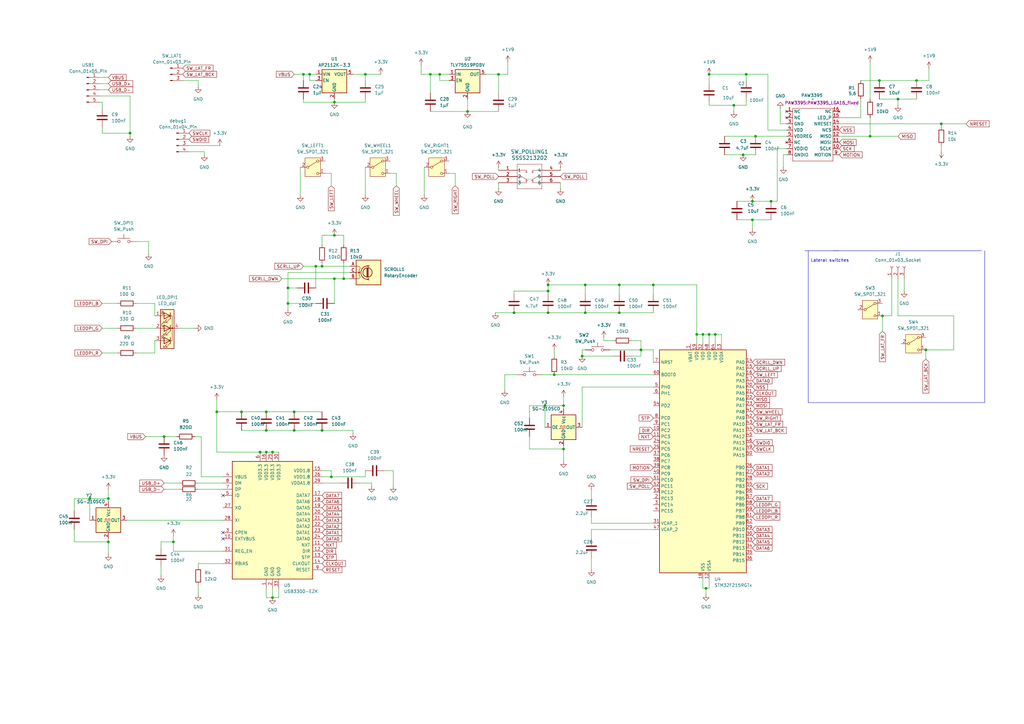
<source format=kicad_sch>
(kicad_sch (version 20250114) (generator "eeschema") (generator_version "9.0")
  (paper "A3")
  (text "Lateral switches\n" (at 340.36 106.934 0) (effects (font (size 1.27 1.27))))
  (junction (at 360.68 33.02))
  (junction (at 316.23 82.55))
  (junction (at 290.83 137.16))
  (junction (at 137.16 41.91))
  (junction (at 149.86 30.48))
  (junction (at 120.65 168.91))
  (junction (at 53.34 54.61))
  (junction (at 267.97 116.84))
  (junction (at 135.89 195.58))
  (junction (at 254 116.84))
  (junction (at 137.16 96.52))
  (junction (at 227.33 153.67))
  (junction (at 254 128.27))
  (junction (at 71.12 222.25))
  (junction (at 132.08 176.53))
  (junction (at 240.03 116.84))
  (junction (at 127 30.48))
  (junction (at 118.11 118.11))
  (junction (at 140.97 114.3))
  (junction (at 300.99 43.18))
  (junction (at 191.77 45.72))
  (junction (at 109.22 168.91))
  (junction (at 132.08 109.22))
  (junction (at 288.29 137.16))
  (junction (at 111.76 245.11))
  (junction (at 308.61 82.55))
  (junction (at 109.22 185.42))
  (junction (at 99.06 168.91))
  (junction (at 306.07 30.48))
  (junction (at 118.11 124.46))
  (junction (at 204.47 30.48))
  (junction (at 176.53 30.48))
  (junction (at 379.73 143.51))
  (junction (at 36.83 204.47))
  (junction (at 309.88 55.88))
  (junction (at 290.83 30.48))
  (junction (at 375.92 33.02))
  (junction (at 304.8 63.5))
  (junction (at 361.95 129.54))
  (junction (at 137.16 114.3))
  (junction (at 224.79 128.27))
  (junction (at 356.87 55.88))
  (junction (at 129.54 109.22))
  (junction (at 231.14 184.15))
  (junction (at 88.9 168.91))
  (junction (at 368.3 40.64))
  (junction (at 308.61 90.17))
  (junction (at 238.76 146.05))
  (junction (at 44.45 222.25))
  (junction (at 67.31 179.07))
  (junction (at 386.08 50.8))
  (junction (at 111.76 185.42))
  (junction (at 285.75 137.16))
  (junction (at 231.14 166.37))
  (junction (at 224.79 116.84))
  (junction (at 44.45 204.47))
  (junction (at 262.89 143.51))
  (junction (at 120.65 176.53))
  (junction (at 293.37 137.16))
  (junction (at 106.68 185.42))
  (junction (at 289.56 241.3))
  (junction (at 240.03 128.27))
  (junction (at 124.46 30.48))
  (junction (at 109.22 176.53))
  (junction (at 180.34 30.48))
  (junction (at 224.79 119.38))
  (junction (at 210.82 128.27))
  (junction (at 223.52 166.37))
  (no_connect (at 91.44 218.44))
  (no_connect (at 91.44 220.98))
  (no_connect (at 91.44 203.2))
  (wire (pts (xy 52.07 213.36) (xy 91.44 213.36)))
  (wire (pts (xy 304.8 63.5) (xy 309.88 63.5)))
  (wire (pts (xy 137.16 41.91) (xy 124.46 41.91)))
  (wire (pts (xy 132.08 100.33) (xy 132.08 96.52)))
  (polyline (pts (xy 403.86 165.1) (xy 331.47 165.1)))
  (wire (pts (xy 368.3 129.54) (xy 368.3 114.3)))
  (wire (pts (xy 149.86 195.58) (xy 149.86 193.04)))
  (wire (pts (xy 53.34 54.61) (xy 53.34 55.88)))
  (wire (pts (xy 44.45 220.98) (xy 44.45 222.25)))
  (wire (pts (xy 308.61 90.17) (xy 316.23 90.17)))
  (wire (pts (xy 41.91 144.78) (xy 48.26 144.78)))
  (wire (pts (xy 379.73 143.51) (xy 379.73 147.32)))
  (wire (pts (xy 322.58 60.96) (xy 318.77 60.96)))
  (wire (pts (xy 71.12 222.25) (xy 71.12 226.06)))
  (wire (pts (xy 133.35 71.12) (xy 135.89 71.12)))
  (wire (pts (xy 288.29 237.49) (xy 288.29 241.3)))
  (wire (pts (xy 109.22 185.42) (xy 111.76 185.42)))
  (wire (pts (xy 207.01 153.67) (xy 212.09 153.67)))
  (wire (pts (xy 223.52 166.37) (xy 217.17 166.37)))
  (wire (pts (xy 238.76 175.26) (xy 238.76 158.75)))
  (wire (pts (xy 240.03 128.27) (xy 254 128.27)))
  (wire (pts (xy 254 116.84) (xy 254 120.65)))
  (wire (pts (xy 99.06 168.91) (xy 109.22 168.91)))
  (wire (pts (xy 267.97 148.59) (xy 267.97 143.51)))
  (wire (pts (xy 36.83 204.47) (xy 36.83 213.36)))
  (wire (pts (xy 124.46 109.22) (xy 129.54 109.22)))
  (wire (pts (xy 180.34 30.48) (xy 184.15 30.48)))
  (wire (pts (xy 314.96 30.48) (xy 314.96 53.34)))
  (wire (pts (xy 231.14 167.64) (xy 231.14 166.37)))
  (wire (pts (xy 67.31 198.12) (xy 73.66 198.12)))
  (wire (pts (xy 44.45 204.47) (xy 36.83 204.47)))
  (wire (pts (xy 41.91 54.61) (xy 53.34 54.61)))
  (wire (pts (xy 30.48 217.17) (xy 30.48 222.25)))
  (wire (pts (xy 386.08 59.69) (xy 386.08 62.23)))
  (wire (pts (xy 41.91 41.91) (xy 41.91 44.45)))
  (wire (pts (xy 149.86 30.48) (xy 149.86 33.02)))
  (wire (pts (xy 132.08 176.53) (xy 144.78 176.53)))
  (wire (pts (xy 254 116.84) (xy 267.97 116.84)))
  (wire (pts (xy 132.08 107.95) (xy 132.08 109.22)))
  (wire (pts (xy 308.61 82.55) (xy 302.26 82.55)))
  (wire (pts (xy 152.4 198.12) (xy 152.4 199.39)))
  (wire (pts (xy 176.53 30.48) (xy 180.34 30.48)))
  (wire (pts (xy 91.44 231.14) (xy 81.28 231.14)))
  (wire (pts (xy 207.01 160.02) (xy 207.01 153.67)))
  (wire (pts (xy 55.88 134.62) (xy 63.5 134.62)))
  (wire (pts (xy 217.17 166.37) (xy 217.17 171.45)))
  (wire (pts (xy 391.16 129.54) (xy 368.3 129.54)))
  (wire (pts (xy 40.64 39.37) (xy 53.34 39.37)))
  (wire (pts (xy 227.33 143.51) (xy 227.33 146.05)))
  (wire (pts (xy 229.87 74.93) (xy 229.87 77.47)))
  (wire (pts (xy 132.08 195.58) (xy 135.89 195.58)))
  (wire (pts (xy 396.24 50.8) (xy 386.08 50.8)))
  (wire (pts (xy 259.08 139.7) (xy 262.89 139.7)))
  (wire (pts (xy 66.04 222.25) (xy 66.04 224.79)))
  (wire (pts (xy 290.83 237.49) (xy 290.83 241.3)))
  (wire (pts (xy 135.89 71.12) (xy 135.89 76.2)))
  (wire (pts (xy 208.28 25.4) (xy 208.28 30.48)))
  (wire (pts (xy 242.57 214.63) (xy 267.97 214.63)))
  (wire (pts (xy 356.87 55.88) (xy 344.17 55.88)))
  (wire (pts (xy 231.14 166.37) (xy 223.52 166.37)))
  (wire (pts (xy 288.29 241.3) (xy 289.56 241.3)))
  (wire (pts (xy 30.48 204.47) (xy 30.48 209.55)))
  (wire (pts (xy 71.12 226.06) (xy 91.44 226.06)))
  (wire (pts (xy 293.37 137.16) (xy 293.37 140.97)))
  (wire (pts (xy 127 33.02) (xy 127 30.48)))
  (wire (pts (xy 353.06 48.26) (xy 344.17 48.26)))
  (wire (pts (xy 186.69 71.12) (xy 184.15 71.12)))
  (wire (pts (xy 149.86 41.91) (xy 137.16 41.91)))
  (wire (pts (xy 81.28 33.02) (xy 81.28 35.56)))
  (wire (pts (xy 144.78 30.48) (xy 149.86 30.48)))
  (wire (pts (xy 88.9 168.91) (xy 88.9 185.42)))
  (wire (pts (xy 44.45 204.47) (xy 44.45 200.66)))
  (wire (pts (xy 386.08 50.8) (xy 386.08 52.07)))
  (wire (pts (xy 231.14 184.15) (xy 231.14 189.23)))
  (wire (pts (xy 204.47 30.48) (xy 208.28 30.48)))
  (wire (pts (xy 229.87 69.85) (xy 229.87 68.58)))
  (wire (pts (xy 114.3 241.3) (xy 114.3 245.11)))
  (wire (pts (xy 240.03 116.84) (xy 254 116.84)))
  (polyline (pts (xy 341.63 102.87) (xy 402.59 102.87)))
  (wire (pts (xy 379.73 143.51) (xy 391.16 143.51)))
  (wire (pts (xy 262.89 143.51) (xy 262.89 146.05)))
  (wire (pts (xy 247.65 139.7) (xy 251.46 139.7)))
  (wire (pts (xy 129.54 33.02) (xy 127 33.02)))
  (wire (pts (xy 83.82 62.23) (xy 83.82 63.5)))
  (wire (pts (xy 285.75 137.16) (xy 285.75 140.97)))
  (wire (pts (xy 259.08 146.05) (xy 262.89 146.05)))
  (wire (pts (xy 106.68 185.42) (xy 109.22 185.42)))
  (wire (pts (xy 118.11 118.11) (xy 118.11 111.76)))
  (wire (pts (xy 191.77 40.64) (xy 191.77 45.72)))
  (wire (pts (xy 290.83 137.16) (xy 288.29 137.16)))
  (wire (pts (xy 344.17 50.8) (xy 386.08 50.8)))
  (wire (pts (xy 224.79 116.84) (xy 240.03 116.84)))
  (wire (pts (xy 242.57 214.63) (xy 242.57 212.09)))
  (wire (pts (xy 353.06 33.02) (xy 360.68 33.02)))
  (wire (pts (xy 210.82 120.65) (xy 210.82 119.38)))
  (wire (pts (xy 149.86 40.64) (xy 149.86 41.91)))
  (wire (pts (xy 81.28 198.12) (xy 91.44 198.12)))
  (wire (pts (xy 81.28 240.03) (xy 81.28 243.84)))
  (wire (pts (xy 109.22 241.3) (xy 109.22 245.11)))
  (wire (pts (xy 290.83 30.48) (xy 290.83 34.29)))
  (wire (pts (xy 199.39 30.48) (xy 204.47 30.48)))
  (wire (pts (xy 88.9 168.91) (xy 99.06 168.91)))
  (wire (pts (xy 309.88 55.88) (xy 322.58 55.88)))
  (wire (pts (xy 60.96 99.06) (xy 60.96 104.14)))
  (polyline (pts (xy 331.47 165.1) (xy 331.47 102.87)))
  (wire (pts (xy 115.57 114.3) (xy 137.16 114.3)))
  (wire (pts (xy 204.47 30.48) (xy 204.47 38.1)))
  (wire (pts (xy 129.54 109.22) (xy 129.54 118.11)))
  (wire (pts (xy 267.97 116.84) (xy 285.75 116.84)))
  (wire (pts (xy 242.57 200.66) (xy 242.57 204.47)))
  (wire (pts (xy 318.77 60.96) (xy 318.77 82.55)))
  (wire (pts (xy 176.53 30.48) (xy 176.53 38.1)))
  (polyline (pts (xy 330.2 102.87) (xy 344.17 102.87)))
  (wire (pts (xy 368.3 40.64) (xy 375.92 40.64)))
  (wire (pts (xy 184.15 33.02) (xy 180.34 33.02)))
  (wire (pts (xy 44.45 205.74) (xy 44.45 204.47)))
  (wire (pts (xy 231.14 166.37) (xy 231.14 162.56)))
  (wire (pts (xy 41.91 124.46) (xy 48.26 124.46)))
  (wire (pts (xy 132.08 193.04) (xy 135.89 193.04)))
  (wire (pts (xy 120.65 30.48) (xy 124.46 30.48)))
  (wire (pts (xy 288.29 137.16) (xy 285.75 137.16)))
  (wire (pts (xy 262.89 139.7) (xy 262.89 143.51)))
  (wire (pts (xy 135.89 193.04) (xy 135.89 195.58)))
  (wire (pts (xy 40.64 34.29) (xy 44.45 34.29)))
  (wire (pts (xy 203.2 128.27) (xy 210.82 128.27)))
  (wire (pts (xy 227.33 153.67) (xy 267.97 153.67)))
  (wire (pts (xy 82.55 195.58) (xy 91.44 195.58)))
  (wire (pts (xy 140.97 107.95) (xy 140.97 114.3)))
  (wire (pts (xy 114.3 245.11) (xy 111.76 245.11)))
  (wire (pts (xy 288.29 137.16) (xy 288.29 140.97)))
  (wire (pts (xy 240.03 143.51) (xy 238.76 143.51)))
  (wire (pts (xy 290.83 241.3) (xy 289.56 241.3)))
  (wire (pts (xy 124.46 30.48) (xy 127 30.48)))
  (wire (pts (xy 124.46 41.91) (xy 124.46 40.64)))
  (wire (pts (xy 63.5 144.78) (xy 63.5 139.7)))
  (wire (pts (xy 118.11 111.76) (xy 143.51 111.76)))
  (wire (pts (xy 365.76 129.54) (xy 365.76 114.3)))
  (wire (pts (xy 306.07 30.48) (xy 306.07 33.02)))
  (wire (pts (xy 140.97 96.52) (xy 140.97 100.33)))
  (wire (pts (xy 157.48 193.04) (xy 161.29 193.04)))
  (wire (pts (xy 302.26 90.17) (xy 308.61 90.17)))
  (wire (pts (xy 111.76 241.3) (xy 111.76 245.11)))
  (wire (pts (xy 322.58 63.5) (xy 321.31 63.5)))
  (wire (pts (xy 73.66 134.62) (xy 80.01 134.62)))
  (wire (pts (xy 306.07 43.18) (xy 300.99 43.18)))
  (wire (pts (xy 217.17 179.07) (xy 217.17 184.15)))
  (wire (pts (xy 308.61 90.17) (xy 308.61 93.98)))
  (wire (pts (xy 81.28 231.14) (xy 81.28 232.41)))
  (wire (pts (xy 67.31 179.07) (xy 72.39 179.07)))
  (wire (pts (xy 210.82 119.38) (xy 224.79 119.38)))
  (wire (pts (xy 132.08 198.12) (xy 139.7 198.12)))
  (wire (pts (xy 118.11 127) (xy 118.11 124.46)))
  (wire (pts (xy 290.83 30.48) (xy 306.07 30.48)))
  (wire (pts (xy 59.69 179.07) (xy 67.31 179.07)))
  (wire (pts (xy 222.25 153.67) (xy 227.33 153.67)))
  (wire (pts (xy 41.91 134.62) (xy 48.26 134.62)))
  (wire (pts (xy 109.22 176.53) (xy 120.65 176.53)))
  (wire (pts (xy 267.97 143.51) (xy 262.89 143.51)))
  (wire (pts (xy 88.9 163.83) (xy 88.9 168.91)))
  (wire (pts (xy 356.87 25.4) (xy 356.87 40.64)))
  (wire (pts (xy 162.56 71.12) (xy 160.02 71.12)))
  (wire (pts (xy 318.77 82.55) (xy 316.23 82.55)))
  (wire (pts (xy 290.83 43.18) (xy 290.83 41.91)))
  (wire (pts (xy 53.34 39.37) (xy 53.34 54.61)))
  (wire (pts (xy 361.95 129.54) (xy 361.95 135.89)))
  (wire (pts (xy 368.3 55.88) (xy 356.87 55.88)))
  (wire (pts (xy 172.72 30.48) (xy 176.53 30.48)))
  (wire (pts (xy 224.79 119.38) (xy 224.79 120.65)))
  (wire (pts (xy 63.5 124.46) (xy 63.5 129.54)))
  (wire (pts (xy 137.16 40.64) (xy 137.16 41.91)))
  (wire (pts (xy 254 128.27) (xy 267.97 128.27)))
  (wire (pts (xy 109.22 168.91) (xy 120.65 168.91)))
  (wire (pts (xy 140.97 114.3) (xy 143.51 114.3)))
  (wire (pts (xy 120.65 176.53) (xy 132.08 176.53)))
  (wire (pts (xy 204.47 74.93) (xy 204.47 77.47)))
  (wire (pts (xy 289.56 241.3) (xy 289.56 243.84)))
  (wire (pts (xy 118.11 124.46) (xy 118.11 118.11)))
  (wire (pts (xy 306.07 40.64) (xy 306.07 43.18)))
  (wire (pts (xy 295.91 140.97) (xy 295.91 137.16)))
  (wire (pts (xy 162.56 76.2) (xy 162.56 71.12)))
  (wire (pts (xy 370.84 114.3) (xy 370.84 119.38)))
  (wire (pts (xy 55.88 144.78) (xy 63.5 144.78)))
  (wire (pts (xy 297.18 63.5) (xy 304.8 63.5)))
  (wire (pts (xy 238.76 143.51) (xy 238.76 146.05)))
  (wire (pts (xy 161.29 193.04) (xy 161.29 199.39)))
  (wire (pts (xy 120.65 168.91) (xy 132.08 168.91)))
  (wire (pts (xy 82.55 179.07) (xy 82.55 195.58)))
  (wire (pts (xy 137.16 114.3) (xy 140.97 114.3)))
  (wire (pts (xy 67.31 200.66) (xy 73.66 200.66)))
  (wire (pts (xy 66.04 232.41) (xy 66.04 236.22)))
  (wire (pts (xy 123.19 68.58) (xy 123.19 80.01)))
  (wire (pts (xy 132.08 109.22) (xy 143.51 109.22)))
  (wire (pts (xy 40.64 31.75) (xy 44.45 31.75)))
  (wire (pts (xy 321.31 63.5) (xy 321.31 68.58)))
  (wire (pts (xy 223.52 166.37) (xy 223.52 175.26)))
  (wire (pts (xy 124.46 30.48) (xy 124.46 33.02)))
  (wire (pts (xy 77.47 62.23) (xy 83.82 62.23)))
  (wire (pts (xy 55.88 99.06) (xy 60.96 99.06)))
  (wire (pts (xy 267.97 116.84) (xy 267.97 120.65)))
  (wire (pts (xy 375.92 33.02) (xy 381 33.02)))
  (wire (pts (xy 36.83 204.47) (xy 30.48 204.47)))
  (wire (pts (xy 99.06 176.53) (xy 109.22 176.53)))
  (wire (pts (xy 129.54 109.22) (xy 132.08 109.22)))
  (wire (pts (xy 204.47 69.85) (xy 204.47 68.58)))
  (wire (pts (xy 224.79 116.84) (xy 224.79 119.38)))
  (wire (pts (xy 80.01 179.07) (xy 82.55 179.07)))
  (wire (pts (xy 242.57 217.17) (xy 267.97 217.17)))
  (wire (pts (xy 250.19 143.51) (xy 262.89 143.51)))
  (wire (pts (xy 368.3 40.64) (xy 368.3 43.18)))
  (wire (pts (xy 297.18 55.88) (xy 309.88 55.88)))
  (wire (pts (xy 285.75 116.84) (xy 285.75 137.16)))
  (wire (pts (xy 381 27.94) (xy 381 33.02)))
  (wire (pts (xy 55.88 124.46) (xy 63.5 124.46)))
  (wire (pts (xy 238.76 146.05) (xy 251.46 146.05)))
  (wire (pts (xy 71.12 219.71) (xy 71.12 222.25)))
  (wire (pts (xy 44.45 222.25) (xy 44.45 227.33)))
  (wire (pts (xy 137.16 114.3) (xy 137.16 124.46)))
  (wire (pts (xy 132.08 96.52) (xy 137.16 96.52)))
  (wire (pts (xy 77.47 59.69) (xy 90.17 59.69)))
  (wire (pts (xy 180.34 33.02) (xy 180.34 30.48)))
  (wire (pts (xy 391.16 143.51) (xy 391.16 129.54)))
  (wire (pts (xy 172.72 26.67) (xy 172.72 30.48)))
  (wire (pts (xy 353.06 40.64) (xy 353.06 48.26)))
  (wire (pts (xy 293.37 137.16) (xy 290.83 137.16)))
  (wire (pts (xy 74.93 33.02) (xy 81.28 33.02)))
  (wire (pts (xy 224.79 128.27) (xy 240.03 128.27)))
  (wire (pts (xy 118.11 118.11) (xy 121.92 118.11)))
  (wire (pts (xy 320.04 50.8) (xy 320.04 44.45)))
  (wire (pts (xy 356.87 48.26) (xy 356.87 55.88)))
  (wire (pts (xy 40.64 41.91) (xy 41.91 41.91)))
  (wire (pts (xy 231.14 182.88) (xy 231.14 184.15)))
  (wire (pts (xy 210.82 128.27) (xy 224.79 128.27)))
  (wire (pts (xy 137.16 96.52) (xy 140.97 96.52)))
  (wire (pts (xy 186.69 76.2) (xy 186.69 71.12)))
  (wire (pts (xy 240.03 116.84) (xy 240.03 120.65)))
  (wire (pts (xy 127 30.48) (xy 129.54 30.48)))
  (wire (pts (xy 316.23 82.55) (xy 308.61 82.55)))
  (wire (pts (xy 111.76 185.42) (xy 114.3 185.42)))
  (wire (pts (xy 71.12 222.25) (xy 66.04 222.25)))
  (wire (pts (xy 41.91 52.07) (xy 41.91 54.61)))
  (wire (pts (xy 147.32 198.12) (xy 152.4 198.12)))
  (wire (pts (xy 320.04 50.8) (xy 322.58 50.8)))
  (wire (pts (xy 144.78 176.53) (xy 144.78 177.8)))
  (wire (pts (xy 295.91 137.16) (xy 293.37 137.16)))
  (wire (pts (xy 135.89 195.58) (xy 149.86 195.58)))
  (wire (pts (xy 173.99 68.58) (xy 173.99 80.01)))
  (wire (pts (xy 361.95 129.54) (xy 365.76 129.54)))
  (wire (pts (xy 290.83 137.16) (xy 290.83 140.97)))
  (wire (pts (xy 30.48 222.25) (xy 44.45 222.25)))
  (wire (pts (xy 88.9 185.42) (xy 106.68 185.42)))
  (wire (pts (xy 300.99 43.18) (xy 300.99 45.72)))
  (wire (pts (xy 217.17 184.15) (xy 231.14 184.15)))
  (wire (pts (xy 118.11 124.46) (xy 129.54 124.46)))
  (wire (pts (xy 176.53 45.72) (xy 191.77 45.72)))
  (wire (pts (xy 109.22 245.11) (xy 111.76 245.11)))
  (wire (pts (xy 149.86 30.48) (xy 156.21 30.48)))
  (wire (pts (xy 242.57 228.6) (xy 242.57 233.68)))
  (wire (pts (xy 242.57 220.98) (xy 242.57 217.17)))
  (wire (pts (xy 360.68 33.02) (xy 375.92 33.02)))
  (wire (pts (xy 247.65 138.43) (xy 247.65 139.7)))
  (wire (pts (xy 40.64 36.83) (xy 44.45 36.83)))
  (wire (pts (xy 191.77 45.72) (xy 204.47 45.72)))
  (wire (pts (xy 290.83 43.18) (xy 300.99 43.18)))
  (wire (pts (xy 314.96 53.34) (xy 322.58 53.34)))
  (wire (pts (xy 360.68 40.64) (xy 368.3 40.64)))
  (wire (pts (xy 81.28 200.66) (xy 91.44 200.66)))
  (wire (pts (xy 238.76 158.75) (xy 267.97 158.75)))
  (wire (pts (xy 149.86 68.58) (xy 149.86 80.01)))
  (wire (pts (xy 306.07 30.48) (xy 314.96 30.48)))
  (polyline (pts (xy 403.86 102.87) (xy 403.86 165.1)))
  (global_label "SW_LAT_FR" (shape input) (at 308.61 173.99 0) (property "Intersheetrefs" "${INTERSHEET_REFS}" (effects (hide yes))))
  (global_label "DATA4" (shape input) (at 132.08 210.82 0) (property "Intersheetrefs" "${INTERSHEET_REFS}" (effects (hide yes))))
  (global_label "DATA0" (shape input) (at 308.61 156.21 0) (property "Intersheetrefs" "${INTERSHEET_REFS}" (effects (hide yes))))
  (global_label "LEDDPI_B" (shape input) (at 41.91 124.46 180) (property "Intersheetrefs" "${INTERSHEET_REFS}" (effects (hide yes))))
  (global_label "STP" (shape input) (at 267.97 171.45 180) (property "Intersheetrefs" "${INTERSHEET_REFS}" (effects (hide yes))))
  (global_label "USB_D-" (shape input) (at 67.31 200.66 180) (property "Intersheetrefs" "${INTERSHEET_REFS}" (effects (hide yes))))
  (global_label "SW_LAT_BCK" (shape input) (at 308.61 176.53 0) (property "Intersheetrefs" "${INTERSHEET_REFS}" (effects (hide yes))))
  (global_label "DATA2" (shape input) (at 308.61 194.31 0) (property "Intersheetrefs" "${INTERSHEET_REFS}" (effects (hide yes))))
  (global_label "LEDDPI_G" (shape input) (at 41.91 134.62 180) (property "Intersheetrefs" "${INTERSHEET_REFS}" (effects (hide yes))))
  (global_label "NSS" (shape input) (at 344.17 53.34 0) (property "Intersheetrefs" "${INTERSHEET_REFS}" (effects (hide yes))))
  (global_label "MISO" (shape input) (at 308.61 163.83 0) (property "Intersheetrefs" "${INTERSHEET_REFS}" (effects (hide yes))))
  (global_label "VBUS" (shape input) (at 59.69 179.07 180) (property "Intersheetrefs" "${INTERSHEET_REFS}" (effects (hide yes))))
  (global_label "SW_DPI" (shape input) (at 267.97 196.85 180) (property "Intersheetrefs" "${INTERSHEET_REFS}" (effects (hide yes))))
  (global_label "DATA1" (shape input) (at 308.61 191.77 0) (property "Intersheetrefs" "${INTERSHEET_REFS}" (effects (hide yes))))
  (global_label "DATA5" (shape input) (at 132.08 208.28 0) (property "Intersheetrefs" "${INTERSHEET_REFS}" (effects (hide yes))))
  (global_label "STP" (shape input) (at 132.08 228.6 0) (property "Intersheetrefs" "${INTERSHEET_REFS}" (effects (hide yes))))
  (global_label "SCRLL_UP" (shape input) (at 308.61 151.13 0) (property "Intersheetrefs" "${INTERSHEET_REFS}" (effects (hide yes))))
  (global_label "CLKOUT" (shape input) (at 308.61 161.29 0) (property "Intersheetrefs" "${INTERSHEET_REFS}" (effects (hide yes))))
  (global_label "SW_LAT_BCK" (shape input) (at 74.93 30.48 0) (property "Intersheetrefs" "${INTERSHEET_REFS}" (effects (hide yes))))
  (global_label "DATA2" (shape input) (at 132.08 215.9 0) (property "Intersheetrefs" "${INTERSHEET_REFS}" (effects (hide yes))))
  (global_label "VBUS" (shape input) (at 44.45 31.75 0) (property "Intersheetrefs" "${INTERSHEET_REFS}" (effects (hide yes))))
  (global_label "SCRLL_DWN" (shape input) (at 115.57 114.3 180) (property "Intersheetrefs" "${INTERSHEET_REFS}" (effects (hide yes))))
  (global_label "DATA7" (shape input) (at 308.61 204.47 0) (property "Intersheetrefs" "${INTERSHEET_REFS}" (effects (hide yes))))
  (global_label "VBUS" (shape input) (at 120.65 30.48 180) (property "Intersheetrefs" "${INTERSHEET_REFS}" (effects (hide yes))))
  (global_label "LEDDPI_G" (shape input) (at 308.61 207.01 0) (property "Intersheetrefs" "${INTERSHEET_REFS}" (effects (hide yes))))
  (global_label "SW_POLL" (shape input) (at 267.97 199.39 180) (property "Intersheetrefs" "${INTERSHEET_REFS}" (effects (hide yes))))
  (global_label "DATA4" (shape input) (at 308.61 219.71 0) (property "Intersheetrefs" "${INTERSHEET_REFS}" (effects (hide yes))))
  (global_label "SCRLL_UP" (shape input) (at 124.46 109.22 180) (property "Intersheetrefs" "${INTERSHEET_REFS}" (effects (hide yes))))
  (global_label "LEDDPI_B" (shape input) (at 308.61 209.55 0) (property "Intersheetrefs" "${INTERSHEET_REFS}" (effects (hide yes))))
  (global_label "SW_RIGHT" (shape input) (at 186.69 76.2 270) (property "Intersheetrefs" "${INTERSHEET_REFS}" (effects (hide yes))))
  (global_label "SW_LEFT" (shape input) (at 308.61 153.67 0) (property "Intersheetrefs" "${INTERSHEET_REFS}" (effects (hide yes))))
  (global_label "USB_D-" (shape input) (at 44.45 36.83 0) (property "Intersheetrefs" "${INTERSHEET_REFS}" (effects (hide yes))))
  (global_label "LEDDPI_R" (shape input) (at 308.61 212.09 0) (property "Intersheetrefs" "${INTERSHEET_REFS}" (effects (hide yes))))
  (global_label "DATA3" (shape input) (at 132.08 213.36 0) (property "Intersheetrefs" "${INTERSHEET_REFS}" (effects (hide yes))))
  (global_label "MOSI" (shape input) (at 308.61 166.37 0) (property "Intersheetrefs" "${INTERSHEET_REFS}" (effects (hide yes))))
  (global_label "DATA6" (shape input) (at 132.08 205.74 0) (property "Intersheetrefs" "${INTERSHEET_REFS}" (effects (hide yes))))
  (global_label "RESET" (shape input) (at 132.08 233.68 0) (property "Intersheetrefs" "${INTERSHEET_REFS}" (effects (hide yes))))
  (global_label "SW_WHEEL" (shape input) (at 308.61 168.91 0) (property "Intersheetrefs" "${INTERSHEET_REFS}" (effects (hide yes))))
  (global_label "DATA7" (shape input) (at 132.08 203.2 0) (property "Intersheetrefs" "${INTERSHEET_REFS}" (effects (hide yes))))
  (global_label "MISO" (shape input) (at 368.3 55.88 0) (property "Intersheetrefs" "${INTERSHEET_REFS}" (effects (hide yes))))
  (global_label "SW_LEFT" (shape input) (at 135.89 76.2 270) (property "Intersheetrefs" "${INTERSHEET_REFS}" (effects (hide yes))))
  (global_label "NXT" (shape input) (at 267.97 179.07 180) (property "Intersheetrefs" "${INTERSHEET_REFS}" (effects (hide yes))))
  (global_label "USB_D+" (shape input) (at 67.31 198.12 180) (property "Intersheetrefs" "${INTERSHEET_REFS}" (effects (hide yes))))
  (global_label "SW_LAT_BCK" (shape input) (at 379.73 147.32 270) (property "Intersheetrefs" "${INTERSHEET_REFS}" (effects (hide yes))))
  (global_label "NSS" (shape input) (at 308.61 158.75 0) (property "Intersheetrefs" "${INTERSHEET_REFS}" (effects (hide yes))))
  (global_label "MOSI" (shape input) (at 344.17 58.42 0) (property "Intersheetrefs" "${INTERSHEET_REFS}" (effects (hide yes))))
  (global_label "SWCLK" (shape input) (at 308.61 184.15 0) (property "Intersheetrefs" "${INTERSHEET_REFS}" (effects (hide yes))))
  (global_label "DIR" (shape input) (at 267.97 176.53 180) (property "Intersheetrefs" "${INTERSHEET_REFS}" (effects (hide yes))))
  (global_label "SW_LAT_FR" (shape input) (at 361.95 135.89 270) (property "Intersheetrefs" "${INTERSHEET_REFS}" (effects (hide yes))))
  (global_label "DATA3" (shape input) (at 308.61 217.17 0) (property "Intersheetrefs" "${INTERSHEET_REFS}" (effects (hide yes))))
  (global_label "SW_POLL" (shape input) (at 229.87 72.39 0) (property "Intersheetrefs" "${INTERSHEET_REFS}" (effects (hide yes))))
  (global_label "CLKOUT" (shape input) (at 132.08 231.14 0) (property "Intersheetrefs" "${INTERSHEET_REFS}" (effects (hide yes))))
  (global_label "USB_D+" (shape input) (at 44.45 34.29 0) (property "Intersheetrefs" "${INTERSHEET_REFS}" (effects (hide yes))))
  (global_label "SW_WHEEL" (shape input) (at 162.56 76.2 270) (property "Intersheetrefs" "${INTERSHEET_REFS}" (effects (hide yes))))
  (global_label "MOTION" (shape input) (at 344.17 63.5 0) (property "Intersheetrefs" "${INTERSHEET_REFS}" (effects (hide yes))))
  (global_label "SWDI0" (shape input) (at 77.47 57.15 0) (property "Intersheetrefs" "${INTERSHEET_REFS}" (effects (hide yes))))
  (global_label "SCRLL_DWN" (shape input) (at 308.61 148.59 0) (property "Intersheetrefs" "${INTERSHEET_REFS}" (effects (hide yes))))
  (global_label "DATA5" (shape input) (at 308.61 222.25 0) (property "Intersheetrefs" "${INTERSHEET_REFS}" (effects (hide yes))))
  (global_label "SW_LAT_FR" (shape input) (at 74.93 27.94 0) (property "Intersheetrefs" "${INTERSHEET_REFS}" (effects (hide yes))))
  (global_label "SWDI0" (shape input) (at 308.61 181.61 0) (property "Intersheetrefs" "${INTERSHEET_REFS}" (effects (hide yes))))
  (global_label "SW_POLL" (shape input) (at 204.47 72.39 180) (property "Intersheetrefs" "${INTERSHEET_REFS}" (effects (hide yes))))
  (global_label "DIR" (shape input) (at 132.08 226.06 0) (property "Intersheetrefs" "${INTERSHEET_REFS}" (effects (hide yes))))
  (global_label "DATA6" (shape input) (at 308.61 224.79 0) (property "Intersheetrefs" "${INTERSHEET_REFS}" (effects (hide yes))))
  (global_label "SWCLK" (shape input) (at 77.47 54.61 0) (property "Intersheetrefs" "${INTERSHEET_REFS}" (effects (hide yes))))
  (global_label "SW_RIGHT" (shape input) (at 308.61 171.45 0) (property "Intersheetrefs" "${INTERSHEET_REFS}" (effects (hide yes))))
  (global_label "MOTION" (shape input) (at 267.97 191.77 180) (property "Intersheetrefs" "${INTERSHEET_REFS}" (effects (hide yes))))
  (global_label "SCK" (shape input) (at 308.61 199.39 0) (property "Intersheetrefs" "${INTERSHEET_REFS}" (effects (hide yes))))
  (global_label "SCK" (shape input) (at 344.17 60.96 0) (property "Intersheetrefs" "${INTERSHEET_REFS}" (effects (hide yes))))
  (global_label "NRESET" (shape input) (at 396.24 50.8 0) (property "Intersheetrefs" "${INTERSHEET_REFS}" (effects (hide yes))))
  (global_label "LEDDPI_R" (shape input) (at 41.91 144.78 180) (property "Intersheetrefs" "${INTERSHEET_REFS}" (effects (hide yes))))
  (global_label "NRESET" (shape input) (at 267.97 184.15 180) (property "Intersheetrefs" "${INTERSHEET_REFS}" (effects (hide yes))))
  (global_label "DATA0" (shape input) (at 132.08 220.98 0) (property "Intersheetrefs" "${INTERSHEET_REFS}" (effects (hide yes))))
  (global_label "SW_DPI" (shape input) (at 45.72 99.06 180) (property "Intersheetrefs" "${INTERSHEET_REFS}" (effects (hide yes))))
  (global_label "NXT" (shape input) (at 132.08 223.52 0) (property "Intersheetrefs" "${INTERSHEET_REFS}" (effects (hide yes))))
  (global_label "DATA1" (shape input) (at 132.08 218.44 0) (property "Intersheetrefs" "${INTERSHEET_REFS}" (effects (hide yes))))
  (symbol (lib_id "power:+3.3V") (at 231.14 162.56 0) (unit 1)
    (property "Reference" "#PWR077" (effects (hide yes)))
    (property "Value" "+3.3V" (at 231.14 157.48 0))
    (property "Description" "Power symbol creates a global label with name \"+3.3V\"" (effects (hide yes)))
  )
  (symbol (lib_id "Device:C") (at 210.82 124.46 0) (unit 1)
    (property "Reference" "C47" (at 217.17 122.6819 0) (effects (justify left)))
    (property "Value" "4,7uF" (at 215.392 125.476 0) (effects (justify left)))
    (property "Footprint" "Capacitor_SMD:C_0603_1608Metric" (effects (hide yes)))
    (property "Description" "Unpolarized capacitor" (effects (hide yes)))
  )
  (symbol (lib_id "Connector:Conn_01x04_Pin") (at 72.39 57.15 0) (unit 1)
    (property "Reference" "debug1" (at 73.025 49.53 0))
    (property "Value" "Conn_01x04_Pin" (at 73.025 52.07 0))
    (property "Footprint" "Connector_JST:JST_PH_S4B-PH-K_1x04_P2.00mm_Horizontal" (effects (hide yes)))
    (property "Description" "Generic connector, single row, 01x04, script generated" (effects (hide yes)))
  )
  (symbol (lib_id "power:GND") (at 83.82 63.5 0) (unit 1)
    (property "Reference" "#PWR041" (effects (hide yes)))
    (property "Value" "GND" (at 83.82 68.58 0))
    (property "Description" "Power symbol creates a global label with name \"GND\" , ground" (effects (hide yes)))
  )
  (symbol (lib_id "Device:C") (at 316.23 86.36 0) (unit 1)
    (property "Reference" "C6" (at 320.04 85.0899 0) (effects (justify left)))
    (property "Value" "100nF" (at 320.04 87.6299 0) (effects (justify left)))
    (property "Footprint" "Capacitor_SMD:C_0402_1005Metric" (effects (hide yes)))
    (property "Description" "Unpolarized capacitor" (effects (hide yes)))
  )
  (symbol (lib_id "Device:C") (at 254 124.46 0) (unit 1)
    (property "Reference" "C50" (at 257.81 123.1899 0) (effects (justify left)))
    (property "Value" "100nF" (at 257.81 125.7299 0) (effects (justify left)))
    (property "Footprint" "Capacitor_SMD:C_0402_1005Metric" (effects (hide yes)))
    (property "Description" "Unpolarized capacitor" (effects (hide yes)))
  )
  (symbol (lib_id "power:GND") (at 152.4 199.39 0) (unit 1)
    (property "Reference" "#PWR063" (effects (hide yes)))
    (property "Value" "GND" (at 152.4 204.47 0))
    (property "Description" "Power symbol creates a global label with name \"GND\" , ground" (effects (hide yes)))
  )
  (symbol (lib_id "Switch:SW_SPDT_321") (at 154.94 68.58 0) (unit 1)
    (property "Reference" "SW_WHEEL1" (at 154.94 59.69 0))
    (property "Value" "SW_SPDT_321" (at 154.94 62.23 0))
    (property "Footprint" "Omron mouse switches:SW_D2FC_OMR" (effects (hide yes)))
    (property "Description" "Switch, single pole double throw" (effects (hide yes)))
  )
  (symbol (lib_id "power:GND") (at 229.87 77.47 0) (unit 1)
    (property "Reference" "#PWR048" (effects (hide yes)))
    (property "Value" "GND" (at 229.87 82.55 0))
    (property "Description" "Power symbol creates a global label with name \"GND\" , ground" (effects (hide yes)))
  )
  (symbol (lib_id "Device:C") (at 66.04 228.6 0) (unit 1)
    (property "Reference" "C44" (at 69.85 227.3299 0) (effects (justify left)))
    (property "Value" "100nF" (at 69.85 229.8699 0) (effects (justify left)))
    (property "Footprint" "Capacitor_SMD:C_0402_1005Metric" (effects (hide yes)))
    (property "Description" "Unpolarized capacitor" (effects (hide yes)))
  )
  (symbol (lib_id "power:GND") (at 238.76 146.05 0) (unit 1)
    (property "Reference" "#PWR055" (effects (hide yes)))
    (property "Value" "GND" (at 238.76 151.13 0))
    (property "Description" "Power symbol creates a global label with name \"GND\" , ground" (effects (hide yes)))
  )
  (symbol (lib_id "power:GND") (at 308.61 93.98 0) (unit 1)
    (property "Reference" "#PWR08" (effects (hide yes)))
    (property "Value" "GND" (at 308.61 99.06 0))
    (property "Description" "Power symbol creates a global label with name \"GND\" , ground" (effects (hide yes)))
  )
  (symbol (lib_id "Regulator_Linear:AP2112K-3.3") (at 137.16 33.02 0) (unit 1)
    (property "Reference" "U1" (at 137.16 24.13 0))
    (property "Value" "AP2112K-3.3" (at 137.16 26.67 0))
    (property "Footprint" "Package_TO_SOT_SMD:SOT-23-5" (effects (hide yes)))
    (property "Datasheet" "https://www.diodes.com/assets/Datasheets/AP2112.pdf" (effects (hide yes)))
    (property "Description" "600mA low dropout linear regulator, with enable pin, 3.8V-6V input voltage range, 3.3V fixed positive output, SOT-23-5" (effects (hide yes)))
  )
  (symbol (lib_id "Device:C") (at 67.31 182.88 180) (unit 1)
    (property "Reference" "C46" (at 71.12 181.6099 0) (effects (justify right)))
    (property "Value" "100nF" (at 71.12 184.1499 0) (effects (justify right)))
    (property "Footprint" "Capacitor_SMD:C_0402_1005Metric" (effects (hide yes)))
    (property "Description" "Unpolarized capacitor" (effects (hide yes)))
  )
  (symbol (lib_id "power:GND") (at 137.16 41.91 0) (unit 1)
    (property "Reference" "#PWR04" (effects (hide yes)))
    (property "Value" "GND" (at 137.16 46.99 0))
    (property "Description" "Power symbol creates a global label with name \"GND\" , ground" (effects (hide yes)))
  )
  (symbol (lib_id "Device:R") (at 140.97 104.14 0) (unit 1)
    (property "Reference" "R13" (at 143.51 102.8699 0) (effects (justify left)))
    (property "Value" "10 kΩ" (at 143.51 105.4099 0) (effects (justify left)))
    (property "Footprint" "Resistor_SMD:R_0603_1608Metric" (effects (hide yes)))
    (property "Description" "Resistor" (effects (hide yes)))
  )
  (symbol (lib_id "Device:C") (at 120.65 172.72 0) (unit 1)
    (property "Reference" "C42" (at 124.46 171.4499 0) (effects (justify left)))
    (property "Value" "100nF" (at 124.46 173.9899 0) (effects (justify left)))
    (property "Footprint" "Capacitor_SMD:C_0402_1005Metric" (effects (hide yes)))
    (property "Description" "Unpolarized capacitor" (effects (hide yes)))
  )
  (symbol (lib_id "Device:C") (at 302.26 86.36 0) (unit 1)
    (property "Reference" "C5" (at 306.578 84.074 0) (effects (justify left)))
    (property "Value" "10uF" (at 306.578 86.614 0) (effects (justify left)))
    (property "Footprint" "Capacitor_SMD:C_0805_2012Metric" (effects (hide yes)))
    (property "Description" "Unpolarized capacitor" (effects (hide yes)))
  )
  (symbol (lib_id "Device:C") (at 224.79 124.46 0) (unit 1)
    (property "Reference" "C48" (at 228.6 123.1899 0) (effects (justify left)))
    (property "Value" "100nF" (at 228.6 125.7299 0) (effects (justify left)))
    (property "Footprint" "Capacitor_SMD:C_0402_1005Metric" (effects (hide yes)))
    (property "Description" "Unpolarized capacitor" (effects (hide yes)))
  )
  (symbol (lib_id "Switch:SW_Push") (at 245.11 143.51 0) (unit 1)
    (property "Reference" "SW2" (at 239.522 137.414 0))
    (property "Value" "SW_Push" (at 240.03 139.954 0))
    (property "Footprint" "Button_Switch_SMD:SW_SPST_EVQP7C" (effects (hide yes)))
    (property "Description" "Push button switch, generic, two pins" (effects (hide yes)))
  )
  (symbol (lib_id "power:+3.3V") (at 229.87 68.58 0) (unit 1)
    (property "Reference" "#PWR047" (effects (hide yes)))
    (property "Value" "+3.3V" (at 229.87 63.5 0))
    (property "Description" "Power symbol creates a global label with name \"+3.3V\"" (effects (hide yes)))
  )
  (symbol (lib_id "Device:R") (at 76.2 179.07 90) (unit 1)
    (property "Reference" "R5" (at 76.2 172.72 90))
    (property "Value" "820Ω" (at 76.2 175.26 90))
    (property "Footprint" "Resistor_SMD:R_0603_1608Metric" (effects (hide yes)))
    (property "Description" "Resistor" (effects (hide yes)))
  )
  (symbol (lib_id "Switch:SW_SPDT_321") (at 128.27 68.58 0) (unit 1)
    (property "Reference" "SW_LEFT1" (at 128.27 59.69 0))
    (property "Value" "SW_SPDT_321" (at 128.27 62.23 0))
    (property "Footprint" "Omron mouse switches:SW_D2FC_OMR" (effects (hide yes)))
    (property "Description" "Switch, single pole double throw" (effects (hide yes)))
  )
  (symbol (lib_id "Device:R") (at 77.47 200.66 90) (unit 1)
    (property "Reference" "R6" (at 77.47 202.946 90))
    (property "Value" "22" (at 77.47 204.724 90))
    (property "Footprint" "Resistor_SMD:R_0603_1608Metric" (effects (hide yes)))
    (property "Description" "Resistor" (effects (hide yes)))
  )
  (symbol (lib_id "paw3395:paw3395") (at 328.93 48.26 0) (unit 1)
    (property "Reference" "PAW3395" (at 332.994 39.116 0))
    (property "Value" "~" (at 333.375 40.64 0))
    (property "Footprint" "PAW3395:PAW3395_LGA16_fixed" (at 337.058 42.164 0))
  )
  (symbol (lib_id "power:+3.3V") (at 156.21 30.48 0) (unit 1)
    (property "Reference" "#PWR039" (effects (hide yes)))
    (property "Value" "+3.3V" (at 156.21 25.4 0))
    (property "Description" "Power symbol creates a global label with name \"+3.3V\"" (effects (hide yes)))
  )
  (symbol (lib_id "power:GND") (at 289.56 243.84 0) (unit 1)
    (property "Reference" "#PWR071" (effects (hide yes)))
    (property "Value" "GND" (at 289.56 248.92 0))
    (property "Description" "Power symbol creates a global label with name \"GND\" , ground" (effects (hide yes)))
  )
  (symbol (lib_id "power:GND") (at 242.57 233.68 0) (unit 1)
    (property "Reference" "#PWR051" (effects (hide yes)))
    (property "Value" "GND" (at 242.57 238.76 0))
    (property "Description" "Power symbol creates a global label with name \"GND\" , ground" (effects (hide yes)))
  )
  (symbol (lib_id "power:GND") (at 44.45 227.33 0) (unit 1)
    (property "Reference" "#PWR069" (effects (hide yes)))
    (property "Value" "GND" (at 44.45 232.41 0))
    (property "Description" "Power symbol creates a global label with name \"GND\" , ground" (effects (hide yes)))
  )
  (symbol (lib_id "power:+1V8") (at 208.28 25.4 0) (unit 1)
    (property "Reference" "#PWR036" (effects (hide yes)))
    (property "Value" "+1V9" (at 208.28 20.32 0))
    (property "Description" "Power symbol creates a global label with name \"+1V8\"" (effects (hide yes)))
  )
  (symbol (lib_id "Switch:SW_SPDT_321") (at 356.87 127 0) (unit 1)
    (property "Reference" "SW3" (at 356.87 118.11 0))
    (property "Value" "SW_SPDT_321" (at 356.87 120.65 0))
    (property "Footprint" "Omron mouse switches:SW_D2FC_OMR" (effects (hide yes)))
    (property "Description" "Switch, single pole double throw" (effects (hide yes)))
  )
  (symbol (lib_id "Connector:Conn_01x03_Socket") (at 368.3 109.22 90) (unit 1)
    (property "Reference" "J1" (at 368.3 104.14 90))
    (property "Value" "Conn_01x03_Socket" (at 368.3 106.68 90))
    (property "Footprint" "Connector_PinSocket_1.00mm:PinSocket_1x03_P1.00mm_Vertical" (effects (hide yes)))
    (property "Description" "Generic connector, single row, 01x03, script generated" (effects (hide yes)))
  )
  (symbol (lib_id "power:GND") (at 242.57 200.66 180) (unit 1)
    (property "Reference" "#PWR052" (effects (hide yes)))
    (property "Value" "GND" (at 242.57 195.58 0))
    (property "Description" "Power symbol creates a global label with name \"GND\" , ground" (effects (hide yes)))
  )
  (symbol (lib_id "power:+3.3V") (at 227.33 143.51 0) (unit 1)
    (property "Reference" "#PWR044" (effects (hide yes)))
    (property "Value" "+3.3V" (at 227.33 138.43 0))
    (property "Description" "Power symbol creates a global label with name \"+3.3V\"" (effects (hide yes)))
  )
  (symbol (lib_id "power:GND") (at 304.8 63.5 0) (unit 1)
    (property "Reference" "#PWR07" (effects (hide yes)))
    (property "Value" "GND" (at 304.8 68.58 0))
    (property "Description" "Power symbol creates a global label with name \"GND\" , ground" (effects (hide yes)))
  )
  (symbol (lib_id "Device:C") (at 133.35 124.46 90) (unit 1)
    (property "Reference" "C31" (at 133.35 128.778 90))
    (property "Value" "100nF" (at 133.35 131.318 90))
    (property "Footprint" "Capacitor_SMD:C_0402_1005Metric" (effects (hide yes)))
    (property "Description" "Unpolarized capacitor" (effects (hide yes)))
  )
  (symbol (lib_id "Interface_USB:USB3300-EZK") (at 111.76 213.36 0) (unit 1)
    (property "Reference" "U5" (at 116.4433 240.03 0) (effects (justify left)))
    (property "Value" "USB3300-EZK" (at 116.4433 242.57 0) (effects (justify left)))
    (property "Footprint" "Package_DFN_QFN:QFN-32-1EP_5x5mm_P0.5mm_EP3.45x3.45mm" (effects (hide yes)))
    (property "Datasheet" "http://ww1.microchip.com/downloads/en/DeviceDoc/00001783C.pdf" (effects (hide yes)))
    (property "Description" "Hi-Speed USB Host, Device or OTG PHY with ULPI Interface" (effects (hide yes)))
  )
  (symbol (lib_id "Device:C") (at 176.53 41.91 0) (unit 1)
    (property "Reference" "C28" (at 180.34 40.6399 0) (effects (justify left)))
    (property "Value" "1 µF" (at 180.34 43.1799 0) (effects (justify left)))
    (property "Footprint" "Capacitor_SMD:C_0402_1005Metric" (effects (hide yes)))
    (property "Description" "Unpolarized capacitor" (effects (hide yes)))
  )
  (symbol (lib_id "Switch:SW_Push") (at 217.17 153.67 0) (unit 1)
    (property "Reference" "SW1" (at 217.17 146.05 0))
    (property "Value" "SW_Push" (at 217.17 148.59 0))
    (property "Footprint" "Button_Switch_SMD:SW_SPST_TL3342" (effects (hide yes)))
    (property "Description" "Push button switch, generic, two pins" (effects (hide yes)))
  )
  (symbol (lib_id "Switch:SW_SPDT_321") (at 179.07 68.58 0) (unit 1)
    (property "Reference" "SW_RIGHT1" (at 179.07 59.69 0))
    (property "Value" "SW_SPDT_321" (at 179.07 62.23 0))
    (property "Footprint" "Omron mouse switches:SW_D2FC_OMR" (effects (hide yes)))
    (property "Description" "Switch, single pole double throw" (effects (hide yes)))
  )
  (symbol (lib_id "Device:C") (at 143.51 198.12 90) (unit 1)
    (property "Reference" "C38" (at 143.51 190.5 90))
    (property "Value" "100nF" (at 143.51 193.04 90))
    (property "Footprint" "Capacitor_SMD:C_0402_1005Metric" (effects (hide yes)))
    (property "Description" "Unpolarized capacitor" (effects (hide yes)))
  )
  (symbol (lib_id "power:GND") (at 67.31 186.69 0) (unit 1)
    (property "Reference" "#PWR070" (effects (hide yes)))
    (property "Value" "GND" (at 67.31 191.77 0))
    (property "Description" "Power symbol creates a global label with name \"GND\" , ground" (effects (hide yes)))
  )
  (symbol (lib_id "Device:C") (at 30.48 213.36 180) (unit 1)
    (property "Reference" "C45" (at 24.13 211.836 0) (effects (justify right)))
    (property "Value" "100nf" (at 24.13 214.376 0) (effects (justify right)))
    (property "Footprint" "Capacitor_SMD:C_0402_1005Metric" (effects (hide yes)))
    (property "Description" "Unpolarized capacitor" (effects (hide yes)))
  )
  (symbol (lib_id "power:GND") (at 370.84 119.38 0) (unit 1)
    (property "Reference" "#PWR011" (effects (hide yes)))
    (property "Value" "GND" (at 370.84 124.46 0))
    (property "Description" "Power symbol creates a global label with name \"GND\" , ground" (effects (hide yes)))
  )
  (symbol (lib_id "power:+1V8") (at 290.83 30.48 0) (unit 1)
    (property "Reference" "#PWR038" (effects (hide yes)))
    (property "Value" "+1V9" (at 290.83 25.4 0))
    (property "Description" "Power symbol creates a global label with name \"+1V8\"" (effects (hide yes)))
  )
  (symbol (lib_id "Device:C") (at 204.47 41.91 0) (unit 1)
    (property "Reference" "C29" (at 208.28 40.6399 0) (effects (justify left)))
    (property "Value" "1 µF" (at 208.28 43.1799 0) (effects (justify left)))
    (property "Footprint" "Capacitor_SMD:C_0402_1005Metric" (effects (hide yes)))
    (property "Description" "Unpolarized capacitor" (effects (hide yes)))
  )
  (symbol (lib_id "Device:C") (at 240.03 124.46 0) (unit 1)
    (property "Reference" "C49" (at 243.84 123.1899 0) (effects (justify left)))
    (property "Value" "100nF" (at 243.84 125.7299 0) (effects (justify left)))
    (property "Footprint" "Capacitor_SMD:C_0402_1005Metric" (effects (hide yes)))
    (property "Description" "Unpolarized capacitor" (effects (hide yes)))
  )
  (symbol (lib_id "Device:C") (at 124.46 36.83 0) (unit 1)
    (property "Reference" "C24" (at 128.27 35.5599 0) (effects (justify left)))
    (property "Value" "1 µF" (at 128.27 38.0999 0) (effects (justify left)))
    (property "Footprint" "Capacitor_SMD:C_0402_1005Metric" (effects (hide yes)))
    (property "Description" "Unpolarized capacitor" (effects (hide yes)))
  )
  (symbol (lib_id "power:GND") (at 118.11 127 0) (unit 1)
    (property "Reference" "#PWR033" (effects (hide yes)))
    (property "Value" "GND" (at 118.11 132.08 0))
    (property "Description" "Power symbol creates a global label with name \"GND\" , ground" (effects (hide yes)))
  )
  (symbol (lib_id "power:GND") (at 80.01 134.62 90) (unit 1)
    (property "Reference" "#PWR032" (effects (hide yes)))
    (property "Value" "GND" (at 83.566 134.62 90) (effects (justify right)))
    (property "Description" "Power symbol creates a global label with name \"GND\" , ground" (effects (hide yes)))
  )
  (symbol (lib_id "Device:R") (at 356.87 44.45 0) (unit 1)
    (property "Reference" "R7" (at 359.41 43.1799 0) (effects (justify left)))
    (property "Value" "10kΩ" (at 359.41 45.7199 0) (effects (justify left)))
    (property "Footprint" "Resistor_SMD:R_0603_1608Metric" (effects (hide yes)))
    (property "Description" "Resistor" (effects (hide yes)))
  )
  (symbol (lib_id "power:+1V8") (at 381 27.94 0) (unit 1)
    (property "Reference" "#PWR037" (effects (hide yes)))
    (property "Value" "+1V9" (at 381 22.86 0))
    (property "Description" "Power symbol creates a global label with name \"+1V8\"" (effects (hide yes)))
  )
  (symbol (lib_id "power:GND") (at 53.34 55.88 0) (unit 1)
    (property "Reference" "#PWR045" (effects (hide yes)))
    (property "Value" "GND" (at 53.34 60.96 0))
    (property "Description" "Power symbol creates a global label with name \"GND\" , ground" (effects (hide yes)))
  )
  (symbol (lib_id "power:+3.3V") (at 44.45 200.66 0) (unit 1)
    (property "Reference" "#PWR068" (effects (hide yes)))
    (property "Value" "+3.3V" (at 44.45 195.58 0))
    (property "Description" "Power symbol creates a global label with name \"+3.3V\"" (effects (hide yes)))
  )
  (symbol (lib_id "Device:R") (at 52.07 144.78 90) (unit 1)
    (property "Reference" "R9" (at 52.07 138.43 90))
    (property "Value" "220 Ω" (at 52.07 140.97 90))
    (property "Footprint" "Resistor_SMD:R_0603_1608Metric" (effects (hide yes)))
    (property "Description" "Resistor" (effects (hide yes)))
  )
  (symbol (lib_id "Device:R") (at 77.47 198.12 90) (unit 1)
    (property "Reference" "R2" (at 77.47 191.77 90))
    (property "Value" "22" (at 77.47 194.564 90))
    (property "Footprint" "Resistor_SMD:R_0603_1608Metric" (effects (hide yes)))
    (property "Description" "Resistor" (effects (hide yes)))
  )
  (symbol (lib_id "Device:R") (at 255.27 139.7 90) (unit 1)
    (property "Reference" "R8" (at 255.27 133.35 90))
    (property "Value" "10kΩ" (at 255.27 135.89 90))
    (property "Footprint" "Resistor_SMD:R_0603_1608Metric" (effects (hide yes)))
    (property "Description" "Resistor" (effects (hide yes)))
  )
  (symbol (lib_id "Device:R") (at 227.33 149.86 0) (unit 1)
    (property "Reference" "R3" (at 229.87 148.5899 0) (effects (justify left)))
    (property "Value" "10kΩ" (at 229.87 151.1299 0) (effects (justify left)))
    (property "Footprint" "Resistor_SMD:R_0603_1608Metric" (effects (hide yes)))
    (property "Description" "Resistor" (effects (hide yes)))
  )
  (symbol (lib_id "power:GND") (at 66.04 236.22 0) (unit 1)
    (property "Reference" "#PWR067" (effects (hide yes)))
    (property "Value" "GND" (at 66.04 241.3 0))
    (property "Description" "Power symbol creates a global label with name \"GND\" , ground" (effects (hide yes)))
  )
  (symbol (lib_id "power:+3.3V") (at 204.47 68.58 0) (unit 1)
    (property "Reference" "#PWR031" (effects (hide yes)))
    (property "Value" "+3.3V" (at 204.47 63.5 0))
    (property "Description" "Power symbol creates a global label with name \"+3.3V\"" (effects (hide yes)))
  )
  (symbol (lib_id "power:GND") (at 207.01 160.02 0) (unit 1)
    (property "Reference" "#PWR043" (effects (hide yes)))
    (property "Value" "GND" (at 207.01 165.1 0))
    (property "Description" "Power symbol creates a global label with name \"GND\" , ground" (effects (hide yes)))
  )
  (symbol (lib_id "Device:C") (at 132.08 172.72 0) (unit 1)
    (property "Reference" "C43" (at 135.89 171.4499 0) (effects (justify left)))
    (property "Value" "100nF" (at 135.89 173.9899 0) (effects (justify left)))
    (property "Footprint" "Capacitor_SMD:C_0402_1005Metric" (effects (hide yes)))
    (property "Description" "Unpolarized capacitor" (effects (hide yes)))
  )
  (symbol (lib_id "Device:R") (at 353.06 36.83 0) (unit 1)
    (property "Reference" "R1" (at 347.98 36.068 0) (effects (justify left)))
    (property "Value" "5,6" (at 347.98 38.354 0) (effects (justify left)))
    (property "Footprint" "Resistor_SMD:R_0603_1608Metric" (effects (hide yes)))
    (property "Description" "Resistor" (effects (hide yes)))
  )
  (symbol (lib_id "power:+1V8") (at 356.87 25.4 0) (unit 1)
    (property "Reference" "#PWR01" (effects (hide yes)))
    (property "Value" "+1V9" (at 356.87 20.32 0))
    (property "Description" "Power symbol creates a global label with name \"+1V8\"" (effects (hide yes)))
  )
  (symbol (lib_id "power:+3.3V") (at 308.61 82.55 0) (unit 1)
    (property "Reference" "#PWR09" (effects (hide yes)))
    (property "Value" "+3.3V" (at 308.61 77.47 0))
    (property "Description" "Power symbol creates a global label with name \"+3.3V\"" (effects (hide yes)))
  )
  (symbol (lib_id "Device:C") (at 360.68 36.83 0) (unit 1)
    (property "Reference" "C7" (at 364.49 35.5599 0) (effects (justify left)))
    (property "Value" "10uF" (at 364.49 38.0999 0) (effects (justify left)))
    (property "Footprint" "Capacitor_SMD:C_0805_2012Metric" (effects (hide yes)))
    (property "Description" "Unpolarized capacitor" (effects (hide yes)))
  )
  (symbol (lib_id "Switch:SW_Push") (at 50.8 99.06 0) (unit 1)
    (property "Reference" "SW_DPI1" (at 50.8 91.44 0))
    (property "Value" "SW_Push" (at 50.8 93.98 0))
    (property "Footprint" "Button_Switch_SMD:SW_SPST_TL3342" (effects (hide yes)))
    (property "Description" "Push button switch, generic, two pins" (effects (hide yes)))
  )
  (symbol (lib_id "Device:R") (at 52.07 124.46 90) (unit 1)
    (property "Reference" "R11" (at 52.07 118.11 90))
    (property "Value" "100 Ω" (at 52.07 120.65 90))
    (property "Footprint" "Resistor_SMD:R_0603_1608Metric" (effects (hide yes)))
    (property "Description" "Resistor" (effects (hide yes)))
  )
  (symbol (lib_id "power:+3.3V") (at 90.17 59.69 0) (unit 1)
    (property "Reference" "#PWR042" (effects (hide yes)))
    (property "Value" "+3.3V" (at 90.17 54.61 0))
    (property "Description" "Power symbol creates a global label with name \"+3.3V\"" (effects (hide yes)))
  )
  (symbol (lib_id "power:GND") (at 123.19 80.01 0) (unit 1)
    (property "Reference" "#PWR026" (effects (hide yes)))
    (property "Value" "GND" (at 123.19 85.09 0))
    (property "Description" "Power symbol creates a global label with name \"GND\" , ground" (effects (hide yes)))
  )
  (symbol (lib_id "Device:C") (at 109.22 172.72 0) (unit 1)
    (property "Reference" "C41" (at 113.03 171.4499 0) (effects (justify left)))
    (property "Value" "100nF" (at 113.03 173.9899 0) (effects (justify left)))
    (property "Footprint" "Capacitor_SMD:C_0402_1005Metric" (effects (hide yes)))
    (property "Description" "Unpolarized capacitor" (effects (hide yes)))
  )
  (symbol (lib_id "Device:C") (at 242.57 224.79 0) (unit 1)
    (property "Reference" "C26" (at 239.268 222.25 0) (effects (justify left)))
    (property "Value" "2.2uF" (at 235.966 226.568 0) (effects (justify left)))
    (property "Footprint" "Capacitor_SMD:C_0402_1005Metric" (effects (hide yes)))
    (property "Description" "Unpolarized capacitor" (effects (hide yes)))
  )
  (symbol (lib_id "power:GND") (at 149.86 80.01 0) (unit 1)
    (property "Reference" "#PWR027" (effects (hide yes)))
    (property "Value" "GND" (at 149.86 85.09 0))
    (property "Description" "Power symbol creates a global label with name \"GND\" , ground" (effects (hide yes)))
  )
  (symbol (lib_id "Device:RotaryEncoder") (at 151.13 111.76 0) (unit 1)
    (property "Reference" "SCROLL1" (at 157.48 110.4899 0) (effects (justify left)))
    (property "Value" "RotaryEncoder" (at 157.48 113.0299 0) (effects (justify left)))
    (property "Footprint" "Omron mouse switches:Encoder_Kailh_Wheel_3Pin" (effects (hide yes)))
    (property "Description" "Rotary encoder, dual channel, incremental quadrate outputs" (effects (hide yes)))
  )
  (symbol (lib_id "power:GND") (at 368.3 43.18 0) (unit 1)
    (property "Reference" "#PWR010" (effects (hide yes)))
    (property "Value" "GND" (at 368.3 48.26 0))
    (property "Description" "Power symbol creates a global label with name \"GND\" , ground" (effects (hide yes)))
  )
  (symbol (lib_id "power:GND") (at 191.77 45.72 0) (unit 1)
    (property "Reference" "#PWR049" (effects (hide yes)))
    (property "Value" "GND" (at 191.77 52.07 0))
    (property "Description" "Power symbol creates a global label with name \"GND\" , ground" (effects (hide yes)))
  )
  (symbol (lib_id "power:GND") (at 144.78 177.8 0) (unit 1)
    (property "Reference" "#PWR065" (effects (hide yes)))
    (property "Value" "GND" (at 144.78 182.88 0))
    (property "Description" "Power symbol creates a global label with name \"GND\" , ground" (effects (hide yes)))
  )
  (symbol (lib_id "Device:R") (at 132.08 104.14 0) (unit 1)
    (property "Reference" "R12" (at 134.62 102.8699 0) (effects (justify left)))
    (property "Value" "10 kΩ" (at 134.62 105.4099 0) (effects (justify left)))
    (property "Footprint" "Resistor_SMD:R_0603_1608Metric" (effects (hide yes)))
    (property "Description" "Resistor" (effects (hide yes)))
  )
  (symbol (lib_id "power:GND") (at 111.76 245.11 0) (unit 1)
    (property "Reference" "#PWR061" (effects (hide yes)))
    (property "Value" "GND" (at 111.76 250.19 0))
    (property "Description" "Power symbol creates a global label with name \"GND\" , ground" (effects (hide yes)))
  )
  (symbol (lib_id "Device:C") (at 125.73 118.11 90) (unit 1)
    (property "Reference" "C30" (at 125.73 122.428 90))
    (property "Value" "100nF" (at 125.476 125.222 90))
    (property "Footprint" "Capacitor_SMD:C_0402_1005Metric" (effects (hide yes)))
    (property "Description" "Unpolarized capacitor" (effects (hide yes)))
  )
  (symbol (lib_id "power:GND") (at 81.28 35.56 0) (unit 1)
    (property "Reference" "#PWR057" (effects (hide yes)))
    (property "Value" "GND" (at 81.28 40.64 0))
    (property "Description" "Power symbol creates a global label with name \"GND\" , ground" (effects (hide yes)))
  )
  (symbol (lib_id "power:+3.3V") (at 386.08 62.23 180) (unit 1)
    (property "Reference" "#PWR035" (effects (hide yes)))
    (property "Value" "+3.3V" (at 386.08 67.31 0))
    (property "Description" "Power symbol creates a global label with name \"+3.3V\"" (effects (hide yes)))
  )
  (symbol (lib_id "power:GND") (at 231.14 189.23 0) (unit 1)
    (property "Reference" "#PWR078" (effects (hide yes)))
    (property "Value" "GND" (at 231.14 194.31 0))
    (property "Description" "Power symbol creates a global label with name \"GND\" , ground" (effects (hide yes)))
  )
  (symbol (lib_id "power:GND") (at 203.2 128.27 0) (unit 1)
    (property "Reference" "#PWR073" (effects (hide yes)))
    (property "Value" "GND" (at 203.2 133.35 0))
    (property "Description" "Power symbol creates a global label with name \"GND\" , ground" (effects (hide yes)))
  )
  (symbol (lib_id "power:+3.3V") (at 247.65 138.43 0) (unit 1)
    (property "Reference" "#PWR054" (effects (hide yes)))
    (property "Value" "+3.3V" (at 247.65 133.35 0))
    (property "Description" "Power symbol creates a global label with name \"+3.3V\"" (effects (hide yes)))
  )
  (symbol (lib_id "Device:R") (at 386.08 55.88 0) (unit 1)
    (property "Reference" "R14" (at 388.62 54.6099 0) (effects (justify left)))
    (property "Value" "10k" (at 388.62 57.1499 0) (effects (justify left)))
    (property "Footprint" "Resistor_SMD:R_0603_1608Metric" (effects (hide yes)))
    (property "Description" "Resistor" (effects (hide yes)))
  )
  (symbol (lib_id "Device:C") (at 99.06 172.72 0) (unit 1)
    (property "Reference" "C40" (at 102.87 171.4499 0) (effects (justify left)))
    (property "Value" "100nF" (at 102.87 173.9899 0) (effects (justify left)))
    (property "Footprint" "Capacitor_SMD:C_0402_1005Metric" (effects (hide yes)))
    (property "Description" "Unpolarized capacitor" (effects (hide yes)))
  )
  (symbol (lib_id "power:GND") (at 204.47 77.47 0) (unit 1)
    (property "Reference" "#PWR030" (effects (hide yes)))
    (property "Value" "GND" (at 204.47 82.55 0))
    (property "Description" "Power symbol creates a global label with name \"GND\" , ground" (effects (hide yes)))
  )
  (symbol (lib_id "MCU_ST_STM32F2:STM32F215RGTx") (at 288.29 189.23 0) (unit 1)
    (property "Reference" "U4" (at 292.9733 237.49 0) (effects (justify left)))
    (property "Value" "STM32F215RGTx" (at 292.9733 240.03 0) (effects (justify left)))
    (property "Footprint" "Package_QFP:LQFP-64_10x10mm_P0.5mm" (effects (hide yes)))
    (property "Datasheet" "https://www.st.com/resource/en/datasheet/stm32f215rg.pdf" (effects (hide yes)))
    (property "Description" "STMicroelectronics Arm Cortex-M3 MCU, 1024KB flash, 128KB RAM, 120 MHz, 1.8-3.6V, 51 GPIO, LQFP64" (effects (hide yes)))
  )
  (symbol (lib_id "Oscillator:SG-210SCD") (at 231.14 175.26 0) (unit 1)
    (property "Reference" "Y3" (at 223.266 165.1 0))
    (property "Value" "SG-210SCD" (at 224.028 167.64 0))
    (property "Footprint" "Oscillator:Oscillator_SMD_SeikoEpson_SG210-4Pin_2.5x2.0mm" (effects (hide yes)))
    (property "Datasheet" "https://support.epson.biz/td/api/doc_check.php?mode=dl&lang=en&Parts=SG-210SED" (effects (hide yes)))
    (property "Description" "Crystal Oscillator Low Profile / High Stability SPXO" (effects (hide yes)))
  )
  (symbol (lib_id "power:+3.3V") (at 137.16 96.52 0) (unit 1)
    (property "Reference" "#PWR034" (effects (hide yes)))
    (property "Value" "+3.3V" (at 137.16 91.44 0))
    (property "Description" "Power symbol creates a global label with name \"+3.3V\"" (effects (hide yes)))
  )
  (symbol (lib_id "Regulator_Linear:TLV75519PDBV") (at 191.77 33.02 0) (unit 1)
    (property "Reference" "U2" (at 191.77 24.13 0))
    (property "Value" "TLV75519PDBV" (at 191.77 26.67 0))
    (property "Footprint" "Package_TO_SOT_SMD:SOT-23-5" (effects (hide yes)))
    (property "Datasheet" "http://www.ti.com/lit/ds/symlink/tlv755p.pdf" (effects (hide yes)))
    (property "Description" "500mA Low Dropout Voltage Regulator, Fixed Output 1.9V, SOT-23-5" (effects (hide yes)))
  )
  (symbol (lib_id "Device:C") (at 41.91 48.26 0) (unit 1)
    (property "Reference" "C9" (at 45.72 46.9899 0) (effects (justify left)))
    (property "Value" "100nF" (at 45.72 49.5299 0) (effects (justify left)))
    (property "Footprint" "Capacitor_SMD:C_0402_1005Metric" (effects (hide yes)))
    (property "Description" "Unpolarized capacitor" (effects (hide yes)))
  )
  (symbol (lib_id "Connector:Conn_01x03_Pin") (at 69.85 30.48 0) (unit 1)
    (property "Reference" "SW_LAT1" (at 70.485 22.86 0))
    (property "Value" "Conn_01x03_Pin" (at 70.485 25.4 0))
    (property "Footprint" "Connector_JST:JST_SH_BM03B-SRSS-TB_1x03-1MP_P1.00mm_Vertical" (effects (hide yes)))
    (property "Description" "Generic connector, single row, 01x03, script generated" (effects (hide yes)))
  )
  (symbol (lib_id "Switch:SW_SPDT_321") (at 374.65 140.97 0) (unit 1)
    (property "Reference" "SW4" (at 374.65 132.08 0))
    (property "Value" "SW_SPDT_321" (at 374.65 134.62 0))
    (property "Footprint" "Omron mouse switches:SW_D2FC_OMR" (effects (hide yes)))
    (property "Description" "Switch, single pole double throw" (effects (hide yes)))
  )
  (symbol (lib_id "power:+3.3V") (at 71.12 219.71 0) (unit 1)
    (property "Reference" "#PWR066" (effects (hide yes)))
    (property "Value" "+3.3V" (at 71.12 214.63 0))
    (property "Description" "Power symbol creates a global label with name \"+3.3V\"" (effects (hide yes)))
  )
  (symbol (lib_id "Device:C") (at 297.18 59.69 0) (unit 1)
    (property "Reference" "C3" (at 303.53 57.9119 0) (effects (justify left)))
    (property "Value" "4,7uF" (at 301.752 60.706 0) (effects (justify left)))
    (property "Footprint" "Capacitor_SMD:C_0603_1608Metric" (effects (hide yes)))
    (property "Description" "Unpolarized capacitor" (effects (hide yes)))
  )
  (symbol (lib_id "power:GND") (at 81.28 243.84 0) (unit 1)
    (property "Reference" "#PWR062" (effects (hide yes)))
    (property "Value" "GND" (at 81.28 248.92 0))
    (property "Description" "Power symbol creates a global label with name \"GND\" , ground" (effects (hide yes)))
  )
  (symbol (lib_id "Device:C") (at 242.57 208.28 0) (unit 1)
    (property "Reference" "C27" (at 239.268 205.74 0) (effects (justify left)))
    (property "Value" "2.2uF" (at 235.966 210.566 0) (effects (justify left)))
    (property "Footprint" "Capacitor_SMD:C_0402_1005Metric" (effects (hide yes)))
    (property "Description" "Unpolarized capacitor" (effects (hide yes)))
  )
  (symbol (lib_id "power:+3.3V") (at 172.72 26.67 0) (unit 1)
    (property "Reference" "#PWR050" (effects (hide yes)))
    (property "Value" "+3.3V" (at 172.72 21.59 0))
    (property "Description" "Power symbol creates a global label with name \"+3.3V\"" (effects (hide yes)))
  )
  (symbol (lib_id "Device:R") (at 52.07 134.62 90) (unit 1)
    (property "Reference" "R10" (at 52.07 128.27 90))
    (property "Value" "330 Ω" (at 52.07 130.81 90))
    (property "Footprint" "Resistor_SMD:R_0603_1608Metric" (effects (hide yes)))
    (property "Description" "Resistor" (effects (hide yes)))
  )
  (symbol (lib_id "Oscillator:SG-210SCD") (at 44.45 213.36 0) (unit 1)
    (property "Reference" "Y2" (at 36.576 203.2 0))
    (property "Value" "SG-210SCD" (at 37.338 205.74 0))
    (property "Footprint" "Oscillator:Oscillator_SMD_SeikoEpson_SG210-4Pin_2.5x2.0mm" (effects (hide yes)))
    (property "Datasheet" "https://support.epson.biz/td/api/doc_check.php?mode=dl&lang=en&Parts=SG-210SED" (effects (hide yes)))
    (property "Description" "Crystal Oscillator Low Profile / High Stability SPXO" (effects (hide yes)))
  )
  (symbol (lib_id "Connector:Conn_01x05_Pin") (at 35.56 36.83 0) (unit 1)
    (property "Reference" "USB1" (at 36.195 26.67 0))
    (property "Value" "Conn_01x05_Pin" (at 36.195 29.21 0))
    (property "Footprint" "Connector_JST:JST_PH_S5B-PH-K_1x05_P2.00mm_Horizontal" (effects (hide yes)))
    (property "Description" "Generic connector, single row, 01x05, script generated" (effects (hide yes)))
  )
  (symbol (lib_id "Device:C") (at 290.83 38.1 0) (unit 1)
    (property "Reference" "C1" (at 296.164 36.068 0) (effects (justify left)))
    (property "Value" "10uF" (at 296.418 40.132 0) (effects (justify left)))
    (property "Footprint" "Capacitor_SMD:C_0805_2012Metric" (effects (hide yes)))
    (property "Description" "Unpolarized capacitor" (effects (hide yes)))
  )
  (symbol (lib_id "Device:C") (at 217.17 175.26 180) (unit 1)
    (property "Reference" "C52" (at 210.82 173.736 0) (effects (justify right)))
    (property "Value" "100nf" (at 210.82 176.276 0) (effects (justify right)))
    (property "Footprint" "Capacitor_SMD:C_0402_1005Metric" (effects (hide yes)))
    (property "Description" "Unpolarized capacitor" (effects (hide yes)))
  )
  (symbol (lib_id "Device:C") (at 255.27 146.05 90) (unit 1)
    (property "Reference" "C33" (at 259.08 147.574 90))
    (property "Value" "100nF" (at 260.096 150.114 90))
    (property "Footprint" "Capacitor_SMD:C_0402_1005Metric" (effects (hide yes)))
    (property "Description" "Unpolarized capacitor" (effects (hide yes)))
  )
  (symbol (lib_id "power:GND") (at 321.31 68.58 0) (unit 1)
    (property "Reference" "#PWR06" (effects (hide yes)))
    (property "Value" "GND" (at 321.31 73.66 0))
    (property "Description" "Power symbol creates a global label with name \"GND\" , ground" (effects (hide yes)))
  )
  (symbol (lib_id "power:+3.3V") (at 88.9 163.83 0) (unit 1)
    (property "Reference" "#PWR060" (effects (hide yes)))
    (property "Value" "+3.3V" (at 88.9 158.75 0))
    (property "Description" "Power symbol creates a global label with name \"+3.3V\"" (effects (hide yes)))
  )
  (symbol (lib_id "power:GND") (at 161.29 199.39 0) (unit 1)
    (property "Reference" "#PWR064" (effects (hide yes)))
    (property "Value" "GND" (at 161.29 204.47 0))
    (property "Description" "Power symbol creates a global label with name \"GND\" , ground" (effects (hide yes)))
  )
  (symbol (lib_id "Device:C") (at 149.86 36.83 0) (unit 1)
    (property "Reference" "C25" (at 153.67 35.5599 0) (effects (justify left)))
    (property "Value" "1 µF" (at 153.67 38.0999 0) (effects (justify left)))
    (property "Footprint" "Capacitor_SMD:C_0402_1005Metric" (effects (hide yes)))
    (property "Description" "Unpolarized capacitor" (effects (hide yes)))
  )
  (symbol (lib_id "Sw_slide:SSSS213202") (at 204.47 69.85 0) (unit 1)
    (property "Reference" "SW_POLLING1" (at 217.17 62.23 0) (effects (font (size 1.524 1.524))))
    (property "Value" "SSSS213202" (at 217.17 64.77 0) (effects (font (size 1.524 1.524))))
    (property "Footprint" "Sw_slide:SSSS213202_AAL" (effects (hide yes)))
    (property "Datasheet" "SSSS213202" (effects (hide yes)))
  )
  (symbol (lib_id "power:GND") (at 320.04 44.45 180) (unit 1)
    (property "Reference" "#PWR03" (effects (hide yes)))
    (property "Value" "GND" (at 320.04 39.37 0))
    (property "Description" "Power symbol creates a global label with name \"GND\" , ground" (effects (hide yes)))
  )
  (symbol (lib_id "power:+3.3V") (at 224.79 116.84 0) (unit 1)
    (property "Reference" "#PWR072" (effects (hide yes)))
    (property "Value" "+3.3V" (at 224.79 112.268 0))
    (property "Description" "Power symbol creates a global label with name \"+3.3V\"" (effects (hide yes)))
  )
  (symbol (lib_id "Device:LED_BGRK") (at 68.58 134.62 180) (unit 1)
    (property "Reference" "LED_DPI1" (at 68.58 121.92 0))
    (property "Value" "LED_dpi" (at 68.58 124.46 0))
    (property "Footprint" "LED_SMD:LED_RGB_1210" (effects (hide yes)))
    (property "Description" "RGB LED, blue/green/red/cathode" (effects (hide yes)))
  )
  (symbol (lib_id "Device:C") (at 309.88 59.69 0) (unit 1)
    (property "Reference" "C4" (at 313.69 58.4199 0) (effects (justify left)))
    (property "Value" "100nF" (at 313.69 60.9599 0) (effects (justify left)))
    (property "Footprint" "Capacitor_SMD:C_0402_1005Metric" (effects (hide yes)))
    (property "Description" "Unpolarized capacitor" (effects (hide yes)))
  )
  (symbol (lib_id "Device:C") (at 267.97 124.46 0) (unit 1)
    (property "Reference" "C51" (at 271.78 123.1899 0) (effects (justify left)))
    (property "Value" "100nF" (at 271.78 125.7299 0) (effects (justify left)))
    (property "Footprint" "Capacitor_SMD:C_0402_1005Metric" (effects (hide yes)))
    (property "Description" "Unpolarized capacitor" (effects (hide yes)))
  )
  (symbol (lib_id "Device:R") (at 81.28 236.22 0) (unit 1)
    (property "Reference" "R4" (at 83.82 234.9499 0) (effects (justify left)))
    (property "Value" "12kΩ" (at 83.82 237.4899 0) (effects (justify left)))
    (property "Footprint" "Resistor_SMD:R_0603_1608Metric" (effects (hide yes)))
    (property "Description" "Resistor" (effects (hide yes)))
  )
  (symbol (lib_id "power:GND") (at 300.99 45.72 0) (unit 1)
    (property "Reference" "#PWR05" (effects (hide yes)))
    (property "Value" "GND" (at 300.99 50.8 0))
    (property "Description" "Power symbol creates a global label with name \"GND\" , ground" (effects (hide yes)))
  )
  (symbol (lib_id "Device:C") (at 306.07 36.83 0) (unit 1)
    (property "Reference" "C2" (at 302.768 34.29 0) (effects (justify left)))
    (property "Value" "100nF" (at 307.34 41.148 0) (effects (justify left)))
    (property "Footprint" "Capacitor_SMD:C_0402_1005Metric" (effects (hide yes)))
    (property "Description" "Unpolarized capacitor" (effects (hide yes)))
  )
  (symbol (lib_id "power:GND") (at 173.99 80.01 0) (unit 1)
    (property "Reference" "#PWR028" (effects (hide yes)))
    (property "Value" "GND" (at 173.99 85.09 0))
    (property "Description" "Power symbol creates a global label with name \"GND\" , ground" (effects (hide yes)))
  )
  (symbol (lib_id "Device:C") (at 375.92 36.83 0) (unit 1)
    (property "Reference" "C8" (at 379.73 35.5599 0) (effects (justify left)))
    (property "Value" "100nF" (at 379.73 38.0999 0) (effects (justify left)))
    (property "Footprint" "Capacitor_SMD:C_0402_1005Metric" (effects (hide yes)))
    (property "Description" "Unpolarized capacitor" (effects (hide yes)))
  )
  (symbol (lib_id "Device:C") (at 153.67 193.04 90) (unit 1)
    (property "Reference" "C39" (at 153.67 185.42 90))
    (property "Value" "100nF" (at 153.67 187.96 90))
    (property "Footprint" "Capacitor_SMD:C_0402_1005Metric" (effects (hide yes)))
    (property "Description" "Unpolarized capacitor" (effects (hide yes)))
  )
  (symbol (lib_id "power:GND") (at 60.96 104.14 0) (unit 1)
    (property "Reference" "#PWR029" (effects (hide yes)))
    (property "Value" "GND" (at 60.96 109.22 0))
    (property "Description" "Power symbol creates a global label with name \"GND\" , ground" (effects (hide yes)))
  )
)
</source>
